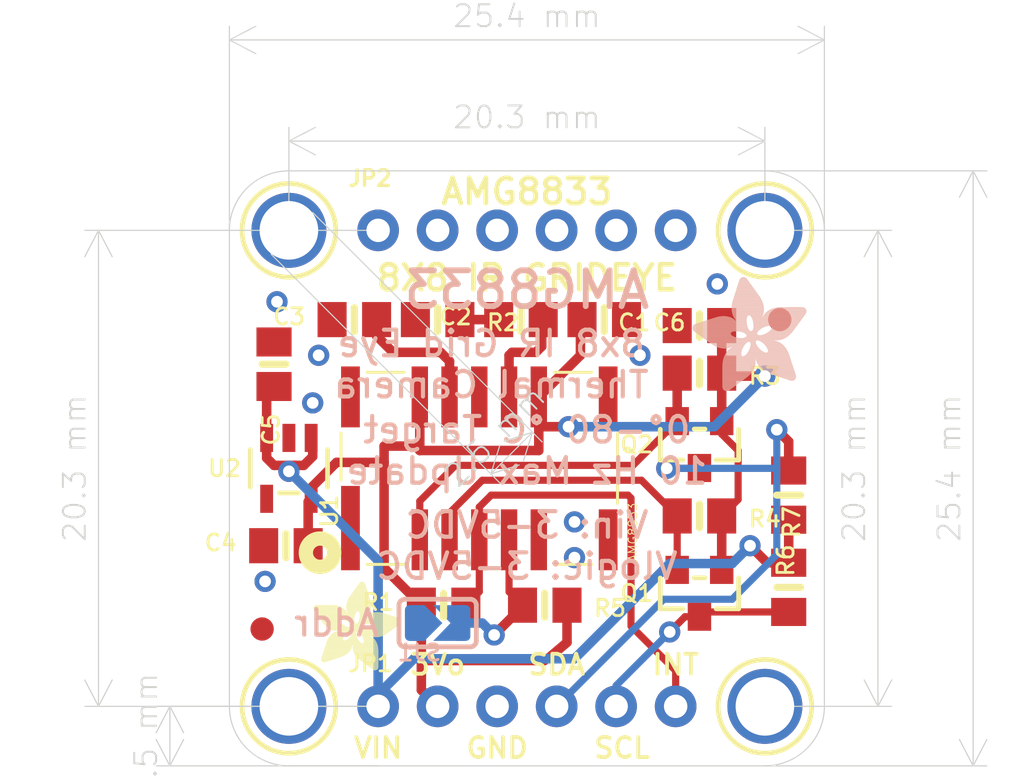
<source format=kicad_pcb>
(kicad_pcb (version 20211014) (generator pcbnew)
  (layers (0 "F.Cu" signal) (31 "B.Cu" signal) (34 "B.Paste" user) (35 "F.Paste" user) (36 "B.SilkS" user "B.Silkscreen") (37 "F.SilkS" user "F.Silkscreen") (38 "B.Mask" user) (39 "F.Mask" user) (44 "Edge.Cuts" user))
  (net 0 "")
  (net 1 "SDA_3V")
  (net 2 "3.3V")
  (net 3 "SCL_3V")
  (net 4 "INT")
  (net 5 "N$2")
  (net 6 "GND")
  (net 7 "AVDD-PC")
  (net 8 "N$4")
  (net 9 "DVDD-PC")
  (net 10 "SDA")
  (net 11 "SCL")
  (net 12 "VIN")
  (footprint "boardEagle:0805-NO" (layer "F.Cu") (at 138.2141 108.3056 180)
    (fp_text reference "C4" (at 2.032 0.127) (layer "F.SilkS") (effects (font (size 0.692831 0.692831) (thickness 0.119969)) (justify right)))
    (fp_text value "10uF")
    (pad "1" smd rect (at -0.95 0 180) (size 1.24 1.5) (layers "F.Cu" "F.Paste" "F.Mask") (net 2 "3.3V"))
    (pad "2" smd rect (at 0.95 0 180) (size 1.24 1.5) (layers "F.Cu" "F.Paste" "F.Mask") (net 6 "GND"))
  )
  (footprint "boardEagle:0805-NO" (layer "F.Cu") (at 144.6911 98.6536)
    (fp_text reference "R2" (at 2.032 0.127) (layer "F.SilkS") (effects (font (size 0.692831 0.692831) (thickness 0.119969)) (justify left)))
    (fp_text value "22")
    (pad "1" smd rect (at -0.95 0) (size 1.24 1.5) (layers "F.Cu" "F.Paste" "F.Mask") (net 6 "GND"))
    (pad "2" smd rect (at 0.95 0) (size 1.24 1.5) (layers "F.Cu" "F.Paste" "F.Mask") (net 8 "N$4"))
  )
  (footprint "boardEagle:1X06_ROUND_70" (layer "F.Cu") (at 148.5011 94.8436)
    (fp_text reference "JP2" (at -7.6962 -1.8288) (layer "F.SilkS") (effects (font (size 0.666496 0.666496) (thickness 0.146304)) (justify left bottom)))
    (fp_text value "")
    (pad "1" thru_hole circle (at -6.35 0 90) (size 1.778 1.778) (drill 1) (layers *.Cu *.Mask))
    (pad "2" thru_hole circle (at -3.81 0 90) (size 1.778 1.778) (drill 1) (layers *.Cu *.Mask))
    (pad "3" thru_hole circle (at -1.27 0 90) (size 1.778 1.778) (drill 1) (layers *.Cu *.Mask))
    (pad "4" thru_hole circle (at 1.27 0 90) (size 1.778 1.778) (drill 1) (layers *.Cu *.Mask))
    (pad "5" thru_hole circle (at 3.81 0 90) (size 1.778 1.778) (drill 1) (layers *.Cu *.Mask))
    (pad "6" thru_hole circle (at 6.35 0 90) (size 1.778 1.778) (drill 1) (layers *.Cu *.Mask))
  )
  (footprint "boardEagle:SOT23-WIDE" (layer "F.Cu") (at 155.8671 110.3376 180)
    (fp_text reference "Q1" (at 1.905 0) (layer "F.SilkS") (effects (font (size 0.692831 0.692831) (thickness 0.119969)) (justify right)))
    (fp_text value "BSS138")
    (pad "1" smd rect (at -0.95 1 180) (size 1 1.2) (layers "F.Cu" "F.Paste" "F.Mask") (net 2 "3.3V"))
    (pad "2" smd rect (at 0.95 1 180) (size 1 1.2) (layers "F.Cu" "F.Paste" "F.Mask") (net 3 "SCL_3V"))
    (pad "3" smd rect (at 0 -1 180) (size 1 1.2) (layers "F.Cu" "F.Paste" "F.Mask") (net 11 "SCL"))
  )
  (footprint "boardEagle:FIDUCIAL_1MM" (layer "F.Cu") (at 159.2961 98.6536)
    (fp_text reference "FID2" hide)
    (fp_text value "FIDUCIAL_1MM" hide)
    (pad "1" smd roundrect (at 0 0) (size 1 1) (layers "F.Cu" "F.Mask") (roundrect_rratio 0.5))
  )
  (footprint "boardEagle:MOUNTINGHOLE_2.5_PLATED" (layer "F.Cu") (at 158.6611 94.8436)
    (fp_text reference "U$18" hide)
    (fp_text value "MOUNTINGHOLE2.5" hide)
    (pad "P$1" thru_hole circle (at 0 0) (size 3.2 3.2) (drill 2.5) (layers *.Cu *.Mask))
  )
  (footprint "boardEagle:MOUNTINGHOLE_2.5_PLATED" (layer "F.Cu") (at 158.6611 115.1636)
    (fp_text reference "U$16" hide)
    (fp_text value "MOUNTINGHOLE2.5" hide)
    (pad "P$1" thru_hole circle (at 0 0) (size 3.2 3.2) (drill 2.5) (layers *.Cu *.Mask))
  )
  (footprint "boardEagle:FIDUCIAL_1MM" (layer "F.Cu") (at 137.1981 111.8616)
    (fp_text reference "FID3" hide)
    (fp_text value "FIDUCIAL_1MM" hide)
    (pad "1" smd roundrect (at 0 0) (size 1 1) (layers "F.Cu" "F.Mask") (roundrect_rratio 0.5))
  )
  (footprint "boardEagle:1X06_ROUND_70" (layer "F.Cu") (at 148.5011 115.1636)
    (fp_text reference "JP1" (at -7.6962 -1.8288) (layer "F.SilkS") (effects (font (size 0.692831 0.692831) (thickness 0.119969)) (justify left)))
    (fp_text value "")
    (pad "1" thru_hole circle (at -6.35 0 90) (size 1.778 1.778) (drill 1) (layers *.Cu *.Mask) (net 12 "VIN"))
    (pad "2" thru_hole circle (at -3.81 0 90) (size 1.778 1.778) (drill 1) (layers *.Cu *.Mask) (net 2 "3.3V"))
    (pad "3" thru_hole circle (at -1.27 0 90) (size 1.778 1.778) (drill 1) (layers *.Cu *.Mask) (net 6 "GND"))
    (pad "4" thru_hole circle (at 1.27 0 90) (size 1.778 1.778) (drill 1) (layers *.Cu *.Mask) (net 10 "SDA"))
    (pad "5" thru_hole circle (at 3.81 0 90) (size 1.778 1.778) (drill 1) (layers *.Cu *.Mask) (net 11 "SCL"))
    (pad "6" thru_hole circle (at 6.35 0 90) (size 1.778 1.778) (drill 1) (layers *.Cu *.Mask) (net 4 "INT"))
  )
  (footprint "boardEagle:0805-NO" (layer "F.Cu") (at 137.7061 100.5586 -90)
    (fp_text reference "C5" (at 2.032 0.127 90) (layer "F.SilkS") (effects (font (size 0.692831 0.692831) (thickness 0.119969)) (justify right)))
    (fp_text value "10uF")
    (pad "1" smd rect (at -0.95 0 270) (size 1.24 1.5) (layers "F.Cu" "F.Paste" "F.Mask") (net 6 "GND"))
    (pad "2" smd rect (at 0.95 0 270) (size 1.24 1.5) (layers "F.Cu" "F.Paste" "F.Mask") (net 12 "VIN"))
  )
  (footprint "boardEagle:AMG8833" (layer "F.Cu") (at 146.4691 105.0036)
    (fp_text reference "U1" (at -6.4 2.6 90) (layer "F.SilkS") (effects (font (size 0.692831 0.692831) (thickness 0.119969)) (justify left)))
    (fp_text value "AMG8833" (at 6.554 4.013 90) (layer "F.SilkS") (effects (font (size 0.369824 0.369824) (thickness 0.036576)) (justify left)))
    (pad "1" smd rect (at -5.5 2.55 90) (size 3.6 0.8) (layers "F.Cu" "F.Paste" "F.Mask"))
    (pad "2" smd rect (at -2.54 3.05 90) (size 2.6 0.7) (layers "F.Cu" "F.Paste" "F.Mask") (net 1 "SDA_3V"))
    (pad "3" smd rect (at -1.27 3.05 90) (size 2.6 0.7) (layers "F.Cu" "F.Paste" "F.Mask") (net 3 "SCL_3V"))
    (pad "4" smd rect (at 0 3.05 90) (size 2.6 0.7) (layers "F.Cu" "F.Paste" "F.Mask") (net 4 "INT"))
    (pad "5" smd rect (at 1.27 3.05 90) (size 2.6 0.7) (layers "F.Cu" "F.Paste" "F.Mask") (net 5 "N$2"))
    (pad "6" smd rect (at 2.54 3.05 90) (size 2.6 0.7) (layers "F.Cu" "F.Paste" "F.Mask") (net 6 "GND"))
    (pad "7" smd rect (at 5.5 3.05 90) (size 2.6 0.8) (layers "F.Cu" "F.Paste" "F.Mask"))
    (pad "8" smd rect (at 5.5 -3.05 90) (size 2.6 0.8) (layers "F.Cu" "F.Paste" "F.Mask"))
    (pad "9" smd rect (at 2.54 -3.05 90) (size 2.6 0.7) (layers "F.Cu" "F.Paste" "F.Mask") (net 2 "3.3V"))
    (pad "10" smd rect (at 1.27 -3.05 90) (size 2.6 0.7) (layers "F.Cu" "F.Paste" "F.Mask") (net 7 "AVDD-PC"))
    (pad "11" smd rect (at 0 -3.05 90) (size 2.6 0.7) (layers "F.Cu" "F.Paste" "F.Mask"))
    (pad "12" smd rect (at -1.27 -3.05 90) (size 2.6 0.7) (layers "F.Cu" "F.Paste" "F.Mask") (net 9 "DVDD-PC"))
    (pad "13" smd rect (at -2.54 -3.05 90) (size 2.6 0.7) (layers "F.Cu" "F.Paste" "F.Mask") (net 2 "3.3V"))
    (pad "14" smd rect (at -5.5 -3.05 90) (size 2.6 0.8) (layers "F.Cu" "F.Paste" "F.Mask"))
  )
  (footprint "boardEagle:0805-NO" (layer "F.Cu") (at 151.8031 98.6536)
    (fp_text reference "C6" (at 2.032 0.127) (layer "F.SilkS") (effects (font (size 0.692831 0.692831) (thickness 0.119969)) (justify left)))
    (fp_text value "0.1uF")
    (pad "1" smd rect (at -0.95 0) (size 1.24 1.5) (layers "F.Cu" "F.Paste" "F.Mask") (net 2 "3.3V"))
    (pad "2" smd rect (at 0.95 0) (size 1.24 1.5) (layers "F.Cu" "F.Paste" "F.Mask") (net 6 "GND"))
  )
  (footprint "boardEagle:0805_10MGAP" (layer "F.Cu") (at 159.6771 110.0836 90)
    (fp_text reference "R7" (at 2.032 0.127 90) (layer "F.SilkS") (effects (font (size 0.692831 0.692831) (thickness 0.119969)) (justify left)))
    (fp_text value "10K")
    (pad "1" smd rect (at -1.05 0 90) (size 1.2 1.5) (layers "F.Cu" "F.Paste" "F.Mask") (net 11 "SCL"))
    (pad "2" smd rect (at 1.05 0 90) (size 1.2 1.5) (layers "F.Cu" "F.Paste" "F.Mask") (net 12 "VIN"))
  )
  (footprint "boardEagle:0805-NO" (layer "F.Cu") (at 155.8671 100.9396)
    (fp_text reference "R3" (at 2.032 0.127) (layer "F.SilkS") (effects (font (size 0.692831 0.692831) (thickness 0.119969)) (justify left)))
    (fp_text value "10K")
    (pad "1" smd rect (at -0.95 0) (size 1.24 1.5) (layers "F.Cu" "F.Paste" "F.Mask") (net 1 "SDA_3V"))
    (pad "2" smd rect (at 0.95 0) (size 1.24 1.5) (layers "F.Cu" "F.Paste" "F.Mask") (net 2 "3.3V"))
  )
  (footprint "boardEagle:0805-NO" (layer "F.Cu") (at 155.8671 98.9076 180)
    (fp_text reference "C1" (at 2.032 0.127) (layer "F.SilkS") (effects (font (size 0.692831 0.692831) (thickness 0.119969)) (justify right)))
    (fp_text value "10uF")
    (pad "1" smd rect (at -0.95 0 180) (size 1.24 1.5) (layers "F.Cu" "F.Paste" "F.Mask") (net 2 "3.3V"))
    (pad "2" smd rect (at 0.95 0 180) (size 1.24 1.5) (layers "F.Cu" "F.Paste" "F.Mask") (net 6 "GND"))
  )
  (footprint "boardEagle:MOUNTINGHOLE_2.5_PLATED" (layer "F.Cu") (at 138.3411 115.1636)
    (fp_text reference "U$19" hide)
    (fp_text value "MOUNTINGHOLE2.5" hide)
    (pad "P$1" thru_hole circle (at 0 0) (size 3.2 3.2) (drill 2.5) (layers *.Cu *.Mask))
  )
  (footprint "boardEagle:SOT23-WIDE" (layer "F.Cu") (at 155.8671 103.9876 180)
    (fp_text reference "Q2" (at 1.905 0) (layer "F.SilkS") (effects (font (size 0.692831 0.692831) (thickness 0.119969)) (justify right)))
    (fp_text value "BSS138")
    (pad "1" smd rect (at -0.95 1 180) (size 1 1.2) (layers "F.Cu" "F.Paste" "F.Mask") (net 2 "3.3V"))
    (pad "2" smd rect (at 0.95 1 180) (size 1 1.2) (layers "F.Cu" "F.Paste" "F.Mask") (net 1 "SDA_3V"))
    (pad "3" smd rect (at 0 -1 180) (size 1 1.2) (layers "F.Cu" "F.Paste" "F.Mask") (net 10 "SDA"))
  )
  (footprint "boardEagle:0805_10MGAP" (layer "F.Cu") (at 159.6771 106.1466 -90)
    (fp_text reference "R6" (at 2.032 0.127 90) (layer "F.SilkS") (effects (font (size 0.692831 0.692831) (thickness 0.119969)) (justify right)))
    (fp_text value "10K")
    (pad "1" smd rect (at -1.05 0 270) (size 1.2 1.5) (layers "F.Cu" "F.Paste" "F.Mask") (net 10 "SDA"))
    (pad "2" smd rect (at 1.05 0 270) (size 1.2 1.5) (layers "F.Cu" "F.Paste" "F.Mask") (net 12 "VIN"))
  )
  (footprint "boardEagle:MOUNTINGHOLE_2.5_PLATED" (layer "F.Cu") (at 138.3411 94.8436)
    (fp_text reference "U$17" hide)
    (fp_text value "MOUNTINGHOLE2.5" hide)
    (pad "P$1" thru_hole circle (at 0 0) (size 3.2 3.2) (drill 2.5) (layers *.Cu *.Mask))
  )
  (footprint "boardEagle:ADAFRUIT_3.5MM" (layer "F.Cu") (at 139.3571 113.6396)
    (fp_text reference "U$21" hide)
    (fp_text value "" hide)
  )
  (footprint "boardEagle:SOT23-5" (layer "F.Cu") (at 138.3411 105.0036 180)
    (fp_text reference "U2" (at 1.978 0) (layer "F.SilkS") (effects (font (size 0.692831 0.692831) (thickness 0.119969)) (justify right)))
    (fp_text value "mic5225-3.3")
    (pad "1" smd rect (at -0.95 1.3001 180) (size 0.55 1.2) (layers "F.Cu" "F.Paste" "F.Mask") (net 12 "VIN"))
    (pad "2" smd rect (at 0 1.3001 180) (size 0.55 1.2) (layers "F.Cu" "F.Paste" "F.Mask") (net 6 "GND"))
    (pad "3" smd rect (at 0.95 1.3001 180) (size 0.55 1.2) (layers "F.Cu" "F.Paste" "F.Mask") (net 12 "VIN"))
    (pad "4" smd rect (at 0.95 -1.3001 180) (size 0.55 1.2) (layers "F.Cu" "F.Paste" "F.Mask"))
    (pad "5" smd rect (at -0.95 -1.3001 180) (size 0.55 1.2) (layers "F.Cu" "F.Paste" "F.Mask") (net 2 "3.3V"))
  )
  (footprint "boardEagle:0805-NO" (layer "F.Cu") (at 149.2631 110.8456)
    (fp_text reference "R5" (at 2.032 0.127) (layer "F.SilkS") (effects (font (size 0.692831 0.692831) (thickness 0.119969)) (justify left)))
    (fp_text value "10K")
    (pad "1" smd rect (at -0.95 0) (size 1.24 1.5) (layers "F.Cu" "F.Paste" "F.Mask") (net 5 "N$2"))
    (pad "2" smd rect (at 0.95 0) (size 1.24 1.5) (layers "F.Cu" "F.Paste" "F.Mask") (net 2 "3.3V"))
  )
  (footprint "boardEagle:0805-NO" (layer "F.Cu") (at 141.1351 98.6536 180)
    (fp_text reference "C3" (at 2.032 0.127) (layer "F.SilkS") (effects (font (size 0.692831 0.692831) (thickness 0.119969)) (justify right)))
    (fp_text value "2.2uF")
    (pad "1" smd rect (at -0.95 0 180) (size 1.24 1.5) (layers "F.Cu" "F.Paste" "F.Mask") (net 9 "DVDD-PC"))
    (pad "2" smd rect (at 0.95 0 180) (size 1.24 1.5) (layers "F.Cu" "F.Paste" "F.Mask") (net 6 "GND"))
  )
  (footprint "boardEagle:0805-NO" (layer "F.Cu") (at 144.9451 110.8456 180)
    (fp_text reference "R1" (at 2.032 0.127) (layer "F.SilkS") (effects (font (size 0.692831 0.692831) (thickness 0.119969)) (justify right)))
    (fp_text value "10K")
    (pad "1" smd rect (at -0.95 0 180) (size 1.24 1.5) (layers "F.Cu" "F.Paste" "F.Mask") (net 4 "INT"))
    (pad "2" smd rect (at 0.95 0 180) (size 1.24 1.5) (layers "F.Cu" "F.Paste" "F.Mask") (net 2 "3.3V"))
  )
  (footprint "boardEagle:0805-NO" (layer "F.Cu") (at 155.8671 107.0356)
    (fp_text reference "R4" (at 2.032 0.127) (layer "F.SilkS") (effects (font (size 0.692831 0.692831) (thickness 0.119969)) (justify left)))
    (fp_text value "10K")
    (pad "1" smd rect (at -0.95 0) (size 1.24 1.5) (layers "F.Cu" "F.Paste" "F.Mask") (net 3 "SCL_3V"))
    (pad "2" smd rect (at 0.95 0) (size 1.24 1.5) (layers "F.Cu" "F.Paste" "F.Mask") (net 2 "3.3V"))
  )
  (footprint "boardEagle:0805-NO" (layer "F.Cu") (at 148.2471 98.6536 180)
    (fp_text reference "C2" (at 2.032 0.127) (layer "F.SilkS") (effects (font (size 0.692831 0.692831) (thickness 0.119969)) (justify right)))
    (fp_text value "1uF")
    (pad "1" smd rect (at -0.95 0 180) (size 1.24 1.5) (layers "F.Cu" "F.Paste" "F.Mask") (net 7 "AVDD-PC"))
    (pad "2" smd rect (at 0.95 0 180) (size 1.24 1.5) (layers "F.Cu" "F.Paste" "F.Mask") (net 8 "N$4"))
  )
  (footprint "boardEagle:ADAFRUIT_5MM" (layer "B.Cu") (at 160.4391 101.7016 180)
    (fp_text reference "U$28" hide)
    (fp_text value "" hide)
  )
  (footprint "boardEagle:SOLDERJUMPER_ARROW_NOPASTE" (layer "B.Cu") (at 144.6911 111.6076)
    (fp_text reference "SJ1" (at -1.778 1.27) (layer "B.SilkS") (effects (font (size 0.692831 0.692831) (thickness 0.119969)) (justify right mirror)))
    (fp_text value "ADDR")
    (fp_poly (pts (xy 0.201021 0) (xy -0.560979 -0.762) (xy -1.1684 -0.762) (xy -1.1684 0.762) (xy -0.560979 0.762)) (layer "B.Cu") (width 0) (fill solid))
    (fp_poly (pts (xy 1.1684 -0.762) (xy -0.186831 -0.762) (xy 0.548892 0) (xy -0.186831 0.762) (xy 1.1684 0.762)) (layer "B.Cu") (width 0) (fill solid))
    (pad "1" smd roundrect (at -1.016 0) (size 0.762 1.524) (layers "B.Cu") (net 6 "GND"))
    (pad "2" smd roundrect (at 1.016 0) (size 0.762 1.524) (layers "B.Cu") (net 5 "N$2"))
  )
  (gr_line (start 138.3411 92.3036) (end 158.6611 92.3036) (layer "Edge.Cuts") (width 0.05))
  (gr_line (start 161.2011 94.8436) (end 161.2011 115.1636) (layer "Edge.Cuts") (width 0.05))
  (gr_arc (start 158.6611 92.3036) (mid 160.457151 93.047549) (end 161.2011 94.8436) (layer "Edge.Cuts") (width 0.05))
  (gr_line (start 158.6611 117.7036) (end 138.3411 117.7036) (layer "Edge.Cuts") (width 0.05))
  (gr_arc (start 138.3411 117.7036) (mid 136.545049 116.959651) (end 135.8011 115.1636) (layer "Edge.Cuts") (width 0.05))
  (gr_arc (start 135.8011 94.8436) (mid 136.545049 93.047549) (end 138.3411 92.3036) (layer "Edge.Cuts") (width 0.05))
  (gr_arc (start 161.2011 115.1636) (mid 160.457151 116.959651) (end 158.6611 117.7036) (layer "Edge.Cuts") (width 0.05))
  (gr_line (start 135.8011 115.1636) (end 135.8011 94.8436) (layer "Edge.Cuts") (width 0.05))
  (gr_text "Vin: 3-5VDC\nVlogic: 3-5VDC" (at 148.5011 108.3056) (layer "B.SilkS") (effects (font (size 1.0922 1.0922) (thickness 0.1778)) (justify mirror)))
  (gr_text "0°-80 °C Target\n10 Hz Max Update" (at 148.5011 104.2416) (layer "B.SilkS") (effects (font (size 1.0922 1.0922) (thickness 0.1778)) (justify mirror)))
  (gr_text "AMG8833" (at 148.5011 97.3836) (layer "B.SilkS") (effects (font (size 1.52908 1.52908) (thickness 0.24892)) (justify mirror)))
  (gr_text "8x8 IR Grid Eye\nThermal Camera" (at 146.9771 100.5586) (layer "B.SilkS") (effects (font (size 1.0922 1.0922) (thickness 0.1778)) (justify mirror)))
  (gr_text "Addr" (at 140.3731 111.6076) (layer "B.SilkS") (effects (font (size 1.0922 1.0922) (thickness 0.1778)) (justify mirror)))
  (gr_text "AMG8833" (at 148.5011 93.1926) (layer "F.SilkS") (effects (font (size 1.0668 1.0668) (thickness 0.2032))))
  (gr_text "VIN" (at 142.1511 116.9416) (layer "F.SilkS") (effects (font (size 0.85344 0.85344) (thickness 0.16256))))
  (gr_text "GND" (at 147.2311 116.9416) (layer "F.SilkS") (effects (font (size 0.85344 0.85344) (thickness 0.16256))))
  (gr_text "SCL" (at 152.5651 116.9416) (layer "F.SilkS") (effects (font (size 0.85344 0.85344) (thickness 0.16256))))
  (gr_text "INT" (at 154.8511 113.3856) (layer "F.SilkS") (effects (font (size 0.85344 0.85344) (thickness 0.16256))))
  (gr_text "3Vo" (at 144.6911 113.3856) (layer "F.SilkS") (effects (font (size 0.85344 0.85344) (thickness 0.16256))))
  (gr_text "8X8 IR GRIDEYE" (at 148.5011 96.8756) (layer "F.SilkS") (effects (font (size 1.0668 1.0668) (thickness 0.2032))))
  (gr_text "SDA" (at 149.7711 113.3856) (layer "F.SilkS") (effects (font (size 0.85344 0.85344) (thickness 0.16256))))
  (dimension (type aligned) (layer "Edge.Cuts") (pts (xy 158.6611 94.8436) (xy 158.6611 115.1636)) (height -4.826) (gr_text "20.3 mm" (at 162.4711 105.0036 90) (layer "Edge.Cuts") (effects (font (size 0.93472 0.93472) (thickness 0.08128)))) (format (units 2) (units_format 1) (precision 1)) (style (thickness 0.05) (arrow_length 1.27) (text_position_mode 0) (extension_height 0.58642) (extension_offset 0) keep_text_aligned))
  (dimension (type aligned) (layer "Edge.Cuts") (pts (xy 135.8011 94.8436) (xy 161.2011 94.8436)) (height -8.128) (gr_text "25.4 mm" (at 148.5011 85.6996) (layer "Edge.Cuts") (effects (font (size 0.93472 0.93472) (thickness 0.08128)))) (format (units 2) (units_format 1) (precision 1)) (style (thickness 0.05) (arrow_length 1.27) (text_position_mode 0) (extension_height 0.58642) (extension_offset 0) keep_text_aligned))
  (dimension (type aligned) (layer "Edge.Cuts") (pts (xy 142.1511 115.1636) (xy 142.1511 94.8436)) (height -11.938) (gr_text "20.3 mm" (at 129.1971 105.0036 90) (layer "Edge.Cuts") (effects (font (size 0.93472 0.93472) (thickness 0.08128)))) (format (units 2) (units_format 1) (precision 1)) (style (thickness 0.05) (arrow_length 1.27) (text_position_mode 0) (extension_height 0.58642) (extension_offset 0) keep_text_aligned))
  (dimension (type aligned) (layer "Edge.Cuts") (pts (xy 137.5791 95.8596) (xy 139.3571 94.0816)) (height 13.267699) (gr_text "2.5 mm" (at 147.13136 103.63386 45) (layer "Edge.Cuts") (effects (font (size 0.93472 0.93472) (thickness 0.08128)))) (format (units 2) (units_format 1) (precision 1)) (style (thickness 0.05) (arrow_length 1.27) (text_position_mode 0) (extension_height 0.58642) (extension_offset 0) keep_text_aligned))
  (dimension (type aligned) (layer "Edge.Cuts") (pts (xy 158.6611 92.3036) (xy 158.6611 117.7036)) (height -8.89) (gr_text "25.4 mm" (at 166.5351 105.0036 90) (layer "Edge.Cuts") (effects (font (size 0.93472 0.93472) (thickness 0.08128)))) (format (units 2) (units_format 1) (precision 1)) (style (thickness 0.05) (arrow_length 1.27) (text_position_mode 0) (extension_height 0.58642) (extension_offset 0) keep_text_aligned))
  (dimension (type aligned) (layer "Edge.Cuts") (pts (xy 142.1511 115.1636) (xy 142.1511 117.7036)) (height 8.89) (gr_text "2.5 mm" (at 132.2451 116.4336 90) (layer "Edge.Cuts") (effects (font (size 0.93472 0.93472) (thickness 0.08128)))) (format (units 2) (units_format 1) (precision 1)) (style (thickness 0.05) (arrow_length 1.27) (text_position_mode 0) (extension_height 0.58642) (extension_offset 0) keep_text_aligned))
  (dimension (type aligned) (layer "Edge.Cuts") (pts (xy 138.3411 94.8436) (xy 158.6611 94.8436)) (height -3.81) (gr_text "20.3 mm" (at 148.5011 90.0176) (layer "Edge.Cuts") (effects (font (size 0.93472 0.93472) (thickness 0.08128)))) (format (units 2) (units_format 1) (precision 1)) (style (thickness 0.05) (arrow_length 1.27) (text_position_mode 0) (extension_height 0.58642) (extension_offset 0) keep_text_aligned))
  (segment (start 145.4531 104.8766) (end 153.0281 104.8766) (width 0.3048) (layer "F.Cu") (net 1))
  (segment (start 143.9291 106.4006) (end 145.4531 104.8766) (width 0.3048) (layer "F.Cu") (net 1))
  (segment (start 153.0281 104.8766) (end 154.9171 102.9876) (width 0.3048) (layer "F.Cu") (net 1))
  (segment (start 154.9171 100.9396) (end 154.9171 102.9876) (width 0.4064) (layer "F.Cu") (net 1))
  (segment (start 143.9291 108.0536) (end 143.9291 106.4006) (width 0.3048) (layer "F.Cu") (net 1))
  (segment (start 156.8171 107.0356) (end 156.8171 109.3376) (width 0.4064) (layer "F.Cu") (net 2))
  (segment (start 149.0091 101.9536) (end 149.0091 103.2256) (width 0.4064) (layer "F.Cu") (net 2))
  (segment (start 142.4051 109.2556) (end 142.4051 104.7496) (width 0.4064) (layer "F.Cu") (net 2))
  (segment (start 143.9951 113.2586) (end 143.9951 110.8456) (width 0.4064) (layer "F.Cu") (net 2))
  (segment (start 149.0091 103.2256) (end 150.2791 103.2256) (width 0.4064) (layer "F.Cu") (net 2))
  (segment (start 156.7561 98.8466) (end 156.8171 98.9076) (width 0.4064) (layer "F.Cu") (net 2))
  (segment (start 143.9951 114.4676) (end 143.9951 113.2586) (width 0.4064) (layer "F.Cu") (net 2))
  (segment (start 156.8171 98.9076) (end 156.8171 100.9396) (width 0.4064) (layer "F.Cu") (net 2))
  (segment (start 143.9951 110.8456) (end 142.4051 109.2556) (width 0.4064) (layer "F.Cu") (net 2))
  (segment (start 156.8171 101.4476) (end 156.8171 102.9876) (width 0.4064) (layer "F.Cu") (net 2))
  (segment (start 157.1981 101.0666) (end 156.8171 101.4476) (width 0.4064) (layer "F.Cu") (net 2))
  (segment (start 142.4051 104.7496) (end 142.4051 104.0536) (width 0.4064) (layer "F.Cu") (net 2))
  (segment (start 149.3901 113.1316) (end 149.2631 113.2586) (width 0.3048) (layer "F.Cu") (net 2))
  (segment (start 149.0111 101.9536) (end 150.7871 100.1776) (width 0.4064) (layer "F.Cu") (net 2))
  (segment (start 156.8171 102.9876) (end 156.8171 103.5406) (width 0.3048) (layer "F.Cu") (net 2))
  (segment (start 149.0091 101.9536) (end 149.0111 101.9536) (width 0.4064) (layer "F.Cu") (net 2))
  (segment (start 144.6911 115.1636) (end 143.9951 114.4676) (width 0.4064) (layer "F.Cu") (net 2))
  (segment (start 140.3731 104.7496) (end 142.4051 104.7496) (width 0.4064) (layer "F.Cu") (net 2))
  (segment (start 156.8171 103.5406) (end 157.5181 104.2416) (width 0.3048) (layer "F.Cu") (net 2))
  (segment (start 156.8171 100.9396) (end 156.8171 101.4476) (width 0.4064) (layer "F.Cu") (net 2))
  (segment (start 139.2911 106.3037) (end 139.2911 105.8316) (width 0.4064) (layer "F.Cu") (net 2))
  (segment (start 139.2911 106.3037) (end 139.1641 106.4307) (width 0.4064) (layer "F.Cu") (net 2))
  (segment (start 142.4051 104.0536) (end 143.7411 104.0536) (width 0.4064) (layer "F.Cu") (net 2))
  (segment (start 150.7871 98.8416) (end 150.8531 98.6536) (width 0.4064) (layer "F.Cu") (net 2))
  (segment (start 150.2131 112.4356) (end 149.3901 113.1316) (width 0.4064) (layer "F.Cu") (net 2))
  (segment (start 158.6611 101.0666) (end 157.1981 101.0666) (width 0.4064) (layer "F.Cu") (net 2))
  (segment (start 149.0091 104.2416) (end 143.9291 104.2416) (width 0.4064) (layer "F.Cu") (net 2))
  (segment (start 150.2131 110.8456) (end 150.2131 112.4356) (width 0.4064) (layer "F.Cu") (net 2))
  (segment (start 139.1641 106.4307) (end 139.1641 108.3056) (width 0.4064) (layer "F.Cu") (net 2))
  (segment (start 143.9291 104.2416) (end 143.9291 101.9536) (width 0.4064) (layer "F.Cu") (net 2))
  (segment (start 150.7871 98.9736) (end 150.8531 98.6536) (width 0.4064) (layer "F.Cu") (net 2))
  (segment (start 157.5181 104.2416) (end 157.5181 106.3346) (width 0.3048) (layer "F.Cu") (net 2))
  (segment (start 149.2631 113.2586) (end 143.9951 113.2586) (width 0.3048) (layer "F.Cu") (net 2))
  (segment (start 143.7411 104.0536) (end 143.9291 104.2416) (width 0.4064) (layer "F.Cu") (net 2))
  (segment (start 139.2911 105.8316) (end 140.3731 104.7496) (width 0.4064) (layer "F.Cu") (net 2))
  (segment (start 150.7871 100.1776) (end 150.7871 98.9736) (width 0.4064) (layer "F.Cu") (net 2))
  (segment (start 157.5181 106.3346) (end 156.8171 107.0356) (width 0.3048) (layer "F.Cu") (net 2))
  (segment (start 149.0091 103.2256) (end 149.0091 104.2416) (width 0.4064) (layer "F.Cu") (net 2))
  (via (at 158.6611 101.0666) (size 0.9064) (drill 0.5) (layers "F.Cu" "B.Cu") (net 2))
  (via (at 150.2791 103.2256) (size 0.9064) (drill 0.5) (layers "F.Cu" "B.Cu") (net 2))
  (segment (start 156.5021 103.2256) (end 158.6611 101.0666) (width 0.4064) (layer "B.Cu") (net 2))
  (segment (start 150.2791 103.2256) (end 156.5021 103.2256) (width 0.4064) (layer "B.Cu") (net 2))
  (segment (start 153.3931 105.5116) (end 154.9171 107.0356) (width 0.3048) (layer "F.Cu") (net 3))
  (segment (start 145.1991 108.0536) (end 145.1991 106.9086) (width 0.3048) (layer "F.Cu") (net 3))
  (segment (start 154.9171 109.3376) (end 154.9171 107.0356) (width 0.3048) (layer "F.Cu") (net 3))
  (segment (start 145.1991 106.9086) (end 146.5961 105.5116) (width 0.3048) (layer "F.Cu") (net 3))
  (segment (start 146.5961 105.5116) (end 153.3931 105.5116) (width 0.3048) (layer "F.Cu") (net 3))
  (segment (start 146.9771 106.1466) (end 146.4691 106.6546) (width 0.3048) (layer "F.Cu") (net 4))
  (segment (start 146.4691 108.0536) (end 146.4691 110.2716) (width 0.3048) (layer "F.Cu") (net 4))
  (segment (start 152.9461 111.7346) (end 152.9461 106.2736) (width 0.3048) (layer "F.Cu") (net 4))
  (segment (start 146.4691 106.6546) (end 146.4691 108.0536) (width 0.3048) (layer "F.Cu") (net 4))
  (segment (start 152.9461 106.2736) (end 152.8191 106.1466) (width 0.3048) (layer "F.Cu") (net 4))
  (segment (start 146.4691 110.2716) (end 145.8951 110.8456) (width 0.3048) (layer "F.Cu") (net 4))
  (segment (start 154.8511 115.1636) (end 154.8511 113.6396) (width 0.3048) (layer "F.Cu") (net 4))
  (segment (start 152.8191 106.1466) (end 146.9771 106.1466) (width 0.3048) (layer "F.Cu") (net 4))
  (segment (start 154.8511 113.6396) (end 152.9461 111.7346) (width 0.3048) (layer "F.Cu") (net 4))
  (segment (start 148.3131 111.1606) (end 148.3131 110.8456) (width 0.3048) (layer "F.Cu") (net 5))
  (segment (start 147.7391 108.0536) (end 147.7391 110.2716) (width 0.3048) (layer "F.Cu") (net 5))
  (segment (start 148.0591 111.1606) (end 147.1041 112.1156) (width 0.4064) (layer "F.Cu") (net 5))
  (segment (start 148.3131 111.1606) (end 148.0591 111.1606) (width 0.4064) (layer "F.Cu") (net 5))
  (segment (start 147.7391 110.2716) (end 148.3131 110.8456) (width 0.3048) (layer "F.Cu") (net 5))
  (via (at 147.1041 112.1156) (size 0.9064) (drill 0.5) (layers "F.Cu" "B.Cu") (net 5))
  (segment (start 145.7071 111.6076) (end 146.5961 111.6076) (width 0.4064) (layer "B.Cu") (net 5))
  (segment (start 146.5961 111.6076) (end 147.1041 112.1156) (width 0.4064) (layer "B.Cu") (net 5))
  (via (at 137.8331 97.8916) (size 0.9064) (drill 0.5) (layers "F.Cu" "B.Cu") (net 6))
  (via (at 153.3271 100.1776) (size 0.9064) (drill 0.5) (layers "F.Cu" "B.Cu") (net 6))
  (via (at 156.6291 97.1296) (size 0.9064) (drill 0.5) (layers "F.Cu" "B.Cu") (net 6))
  (via (at 137.3251 109.8296) (size 0.9064) (drill 0.5) (layers "F.Cu" "B.Cu") (net 6))
  (via (at 139.3571 102.2096) (size 0.9064) (drill 0.5) (layers "F.Cu" "B.Cu") (net 6))
  (via (at 150.5331 107.2896) (size 0.9064) (drill 0.5) (layers "F.Cu" "B.Cu") (net 6))
  (via (at 139.6111 100.1776) (size 0.9064) (drill 0.5) (layers "F.Cu" "B.Cu") (net 6))
  (via (at 150.5331 108.8136) (size 0.9064) (drill 0.5) (layers "F.Cu" "B.Cu") (net 6))
  (segment (start 148.8821 100.0506) (end 149.1361 99.7966) (width 0.4064) (layer "F.Cu") (net 7))
  (segment (start 147.7391 101.9536) (end 147.7391 100.1776) (width 0.4064) (layer "F.Cu") (net 7))
  (segment (start 147.7391 100.1776) (end 147.8661 100.0506) (width 0.4064) (layer "F.Cu") (net 7))
  (segment (start 147.8661 100.0506) (end 148.8821 100.0506) (width 0.4064) (layer "F.Cu") (net 7))
  (segment (start 149.1361 98.7146) (end 149.1971 98.6536) (width 0.4064) (layer "F.Cu") (net 7))
  (segment (start 149.1361 99.7966) (end 149.1361 98.7146) (width 0.4064) (layer "F.Cu") (net 7))
  (segment (start 145.6411 98.6536) (end 147.2971 98.6536) (width 0.4064) (layer "F.Cu") (net 8))
  (segment (start 142.0851 98.6536) (end 142.0851 99.3496) (width 0.4064) (layer "F.Cu") (net 9))
  (segment (start 144.8181 100.0506) (end 145.1991 100.4316) (width 0.4064) (layer "F.Cu") (net 9))
  (segment (start 145.1991 100.4316) (end 145.1991 101.9536) (width 0.4064) (layer "F.Cu") (net 9))
  (segment (start 142.7861 100.0506) (end 144.8181 100.0506) (width 0.4064) (layer "F.Cu") (net 9))
  (segment (start 142.0851 99.3496) (end 142.7861 100.0506) (width 0.4064) (layer "F.Cu") (net 9))
  (segment (start 159.6771 105.0966) (end 159.6771 103.8606) (width 0.4064) (layer "F.Cu") (net 10))
  (segment (start 159.4231 103.6066) (end 159.1691 103.3526) (width 0.3048) (layer "F.Cu") (net 10))
  (segment (start 159.6771 103.8606) (end 159.1691 103.3526) (width 0.4064) (layer "F.Cu") (net 10))
  (segment (start 155.8511 105.0036) (end 154.4701 105.0036) (width 0.3048) (layer "F.Cu") (net 10))
  (segment (start 155.8671 104.9876) (end 155.8511 105.0036) (width 0.3048) (layer "F.Cu") (net 10))
  (via (at 154.4701 105.0036) (size 0.9064) (drill 0.5) (layers "F.Cu" "B.Cu") (net 10))
  (via (at 159.1691 103.3526) (size 0.9064) (drill 0.5) (layers "F.Cu" "B.Cu") (net 10))
  (segment (start 159.1691 105.0036) (end 159.1691 108.6866) (width 0.3048) (layer "B.Cu") (net 10))
  (segment (start 154.3431 110.5916) (end 149.7711 115.1636) (width 0.3048) (layer "B.Cu") (net 10))
  (segment (start 159.1691 108.6866) (end 157.2641 110.5916) (width 0.3048) (layer "B.Cu") (net 10))
  (segment (start 154.4701 105.0036) (end 159.1691 105.0036) (width 0.3048) (layer "B.Cu") (net 10))
  (segment (start 159.1691 103.3526) (end 159.1691 105.0036) (width 0.3048) (layer "B.Cu") (net 10))
  (segment (start 157.2641 110.5916) (end 154.3431 110.5916) (width 0.3048) (layer "B.Cu") (net 10))
  (segment (start 156.0711 111.1336) (end 155.8671 111.3376) (width 0.3048) (layer "F.Cu") (net 11))
  (segment (start 154.5971 111.9886) (end 155.2481 111.3376) (width 0.3048) (layer "F.Cu") (net 11))
  (segment (start 159.6771 111.1336) (end 156.0711 111.1336) (width 0.3048) (layer "F.Cu") (net 11))
  (segment (start 155.2481 111.3376) (end 155.8671 111.3376) (width 0.3048) (layer "F.Cu") (net 11))
  (via (at 154.5971 111.9886) (size 0.9064) (drill 0.5) (layers "F.Cu" "B.Cu") (net 11))
  (segment (start 152.3111 115.1636) (end 152.3111 114.2746) (width 0.3048) (layer "B.Cu") (net 11))
  (segment (start 152.3111 114.2746) (end 154.5971 111.9886) (width 0.3048) (layer "B.Cu") (net 11))
  (segment (start 137.7061 104.8766) (end 138.5951 104.8766) (width 0.4064) (layer "F.Cu") (net 12))
  (segment (start 139.3571 104.4956) (end 139.3571 103.7695) (width 0.4064) (layer "F.Cu") (net 12))
  (segment (start 138.9761 104.8766) (end 138.5951 104.8766) (width 0.4064) (layer "F.Cu") (net 12))
  (segment (start 137.3911 101.8236) (end 137.7061 101.5086) (width 0.4064) (layer "F.Cu") (net 12))
  (segment (start 137.3911 104.5616) (end 137.7061 104.8766) (width 0.4064) (layer "F.Cu") (net 12))
  (segment (start 159.6771 107.1966) (end 159.6771 109.0336) (width 0.4064) (layer "F.Cu") (net 12))
  (segment (start 137.3911 103.7035) (end 137.3911 104.5616) (width 0.4064) (layer "F.Cu") (net 12))
  (segment (start 158.0261 108.3056) (end 158.7541 109.0336) (width 0.4064) (layer "F.Cu") (net 12))
  (segment (start 137.3911 103.7035) (end 137.3911 101.8236) (width 0.4064) (layer "F.Cu") (net 12))
  (segment (start 138.9761 104.8766) (end 139.3571 104.4956) (width 0.4064) (layer "F.Cu") (net 12))
  (segment (start 158.7541 109.0336) (end 159.6771 109.0336) (width 0.4064) (layer "F.Cu") (net 12))
  (segment (start 139.3571 103.7695) (end 139.2911 103.7035) (width 0.4064) (layer "F.Cu") (net 12))
  (segment (start 138.5951 104.8766) (end 138.3411 105.1306) (width 0.4064) (layer "F.Cu") (net 12))
  (via (at 158.0261 108.3056) (size 0.9064) (drill 0.5) (layers "F.Cu" "B.Cu") (net 12))
  (via (at 138.3411 105.1306) (size 0.9064) (drill 0.5) (layers "F.Cu" "B.Cu") (net 12))
  (segment (start 143.6751 113.1316) (end 150.5331 113.1316) (width 0.4064) (layer "B.Cu") (net 12))
  (segment (start 138.3411 105.1306) (end 142.1511 108.9406) (width 0.4064) (layer "B.Cu") (net 12))
  (segment (start 142.1511 114.6556) (end 142.1511 115.1636) (width 0.4064) (layer "B.Cu") (net 12))
  (segment (start 154.5971 109.0676) (end 157.2641 109.0676) (width 0.4064) (layer "B.Cu") (net 12))
  (segment (start 142.1511 108.9406) (end 142.1511 115.1636) (width 0.4064) (layer "B.Cu") (net 12))
  (segment (start 157.2641 109.0676) (end 158.0261 108.3056) (width 0.4064) (layer "B.Cu") (net 12))
  (segment (start 150.5331 113.1316) (end 154.5971 109.0676) (width 0.4064) (layer "B.Cu") (net 12))
  (segment (start 143.6751 113.1316) (end 142.1511 114.6556) (width 0.4064) (layer "B.Cu") (net 12))
)
</source>
